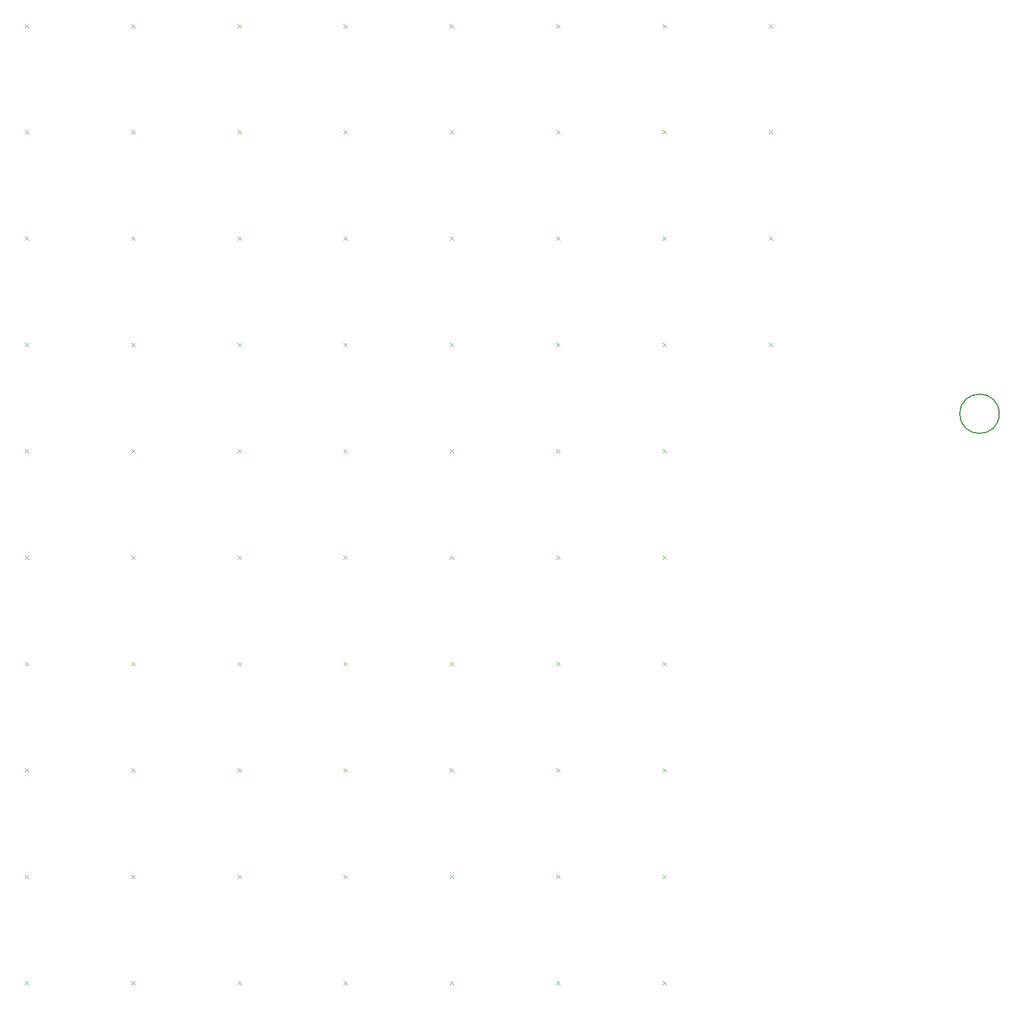
<source format=gbr>
%TF.GenerationSoftware,KiCad,Pcbnew,8.0.7*%
%TF.CreationDate,2024-12-29T17:24:51-05:00*%
%TF.ProjectId,HE75,48453735-2e6b-4696-9361-645f70636258,2.0.0*%
%TF.SameCoordinates,Original*%
%TF.FileFunction,Other,Comment*%
%FSLAX46Y46*%
G04 Gerber Fmt 4.6, Leading zero omitted, Abs format (unit mm)*
G04 Created by KiCad (PCBNEW 8.0.7) date 2024-12-29 17:24:51*
%MOMM*%
%LPD*%
G01*
G04 APERTURE LIST*
%ADD10C,0.100000*%
%ADD11C,0.150000*%
G04 APERTURE END LIST*
D10*
%TO.C,U82*%
X131038630Y112568916D02*
X131546630Y112060916D01*
X131038630Y112060916D02*
X131546630Y112568916D01*
%TO.C,U81*%
X131038630Y127718916D02*
X131546630Y127210916D01*
X131038630Y127210916D02*
X131546630Y127718916D01*
%TO.C,U80*%
X131038630Y142868916D02*
X131546630Y142360916D01*
X131038630Y142360916D02*
X131546630Y142868916D01*
%TO.C,U79*%
X131038630Y158018916D02*
X131546630Y157510916D01*
X131038630Y157510916D02*
X131546630Y158018916D01*
%TO.C,U78*%
X115888630Y21668916D02*
X116396630Y21160916D01*
X115888630Y21160916D02*
X116396630Y21668916D01*
%TO.C,U77*%
X115888630Y36818916D02*
X116396630Y36310916D01*
X115888630Y36310916D02*
X116396630Y36818916D01*
%TO.C,U76*%
X115888630Y51968916D02*
X116396630Y51460916D01*
X115888630Y51460916D02*
X116396630Y51968916D01*
%TO.C,U75*%
X115888630Y67118916D02*
X116396630Y66610916D01*
X115888630Y66610916D02*
X116396630Y67118916D01*
%TO.C,U74*%
X115888630Y82268916D02*
X116396630Y81760916D01*
X115888630Y81760916D02*
X116396630Y82268916D01*
%TO.C,U73*%
X115888630Y97418916D02*
X116396630Y96910916D01*
X115888630Y96910916D02*
X116396630Y97418916D01*
%TO.C,U72*%
X115888630Y112568916D02*
X116396630Y112060916D01*
X115888630Y112060916D02*
X116396630Y112568916D01*
%TO.C,U71*%
X115888630Y127718916D02*
X116396630Y127210916D01*
X115888630Y127210916D02*
X116396630Y127718916D01*
%TO.C,U70*%
X115888630Y142868916D02*
X116396630Y142360916D01*
X115888630Y142360916D02*
X116396630Y142868916D01*
%TO.C,U69*%
X115888630Y158018916D02*
X116396630Y157510916D01*
X115888630Y157510916D02*
X116396630Y158018916D01*
%TO.C,U68*%
X100738630Y21668916D02*
X101246630Y21160916D01*
X100738630Y21160916D02*
X101246630Y21668916D01*
%TO.C,U67*%
X100738630Y36818916D02*
X101246630Y36310916D01*
X100738630Y36310916D02*
X101246630Y36818916D01*
%TO.C,U66*%
X100738630Y51968916D02*
X101246630Y51460916D01*
X100738630Y51460916D02*
X101246630Y51968916D01*
%TO.C,U65*%
X100738630Y67118916D02*
X101246630Y66610916D01*
X100738630Y66610916D02*
X101246630Y67118916D01*
%TO.C,U64*%
X100738630Y82268916D02*
X101246630Y81760916D01*
X100738630Y81760916D02*
X101246630Y82268916D01*
%TO.C,U63*%
X100738630Y97418916D02*
X101246630Y96910916D01*
X100738630Y96910916D02*
X101246630Y97418916D01*
%TO.C,U62*%
X100738630Y112568916D02*
X101246630Y112060916D01*
X100738630Y112060916D02*
X101246630Y112568916D01*
%TO.C,U61*%
X100738630Y127718916D02*
X101246630Y127210916D01*
X100738630Y127210916D02*
X101246630Y127718916D01*
%TO.C,U60*%
X100738630Y142868916D02*
X101246630Y142360916D01*
X100738630Y142360916D02*
X101246630Y142868916D01*
%TO.C,U59*%
X100738630Y158018916D02*
X101246630Y157510916D01*
X100738630Y157510916D02*
X101246630Y158018916D01*
%TO.C,U58*%
X85588630Y21668916D02*
X86096630Y21160916D01*
X85588630Y21160916D02*
X86096630Y21668916D01*
%TO.C,U57*%
X85588630Y36818916D02*
X86096630Y36310916D01*
X85588630Y36310916D02*
X86096630Y36818916D01*
%TO.C,U56*%
X85588630Y51968916D02*
X86096630Y51460916D01*
X85588630Y51460916D02*
X86096630Y51968916D01*
%TO.C,U55*%
X85588630Y67118916D02*
X86096630Y66610916D01*
X85588630Y66610916D02*
X86096630Y67118916D01*
%TO.C,U54*%
X85588630Y82268916D02*
X86096630Y81760916D01*
X85588630Y81760916D02*
X86096630Y82268916D01*
%TO.C,U53*%
X85588630Y97418916D02*
X86096630Y96910916D01*
X85588630Y96910916D02*
X86096630Y97418916D01*
%TO.C,U52*%
X85588630Y112568916D02*
X86096630Y112060916D01*
X85588630Y112060916D02*
X86096630Y112568916D01*
%TO.C,U51*%
X85588630Y127718916D02*
X86096630Y127210916D01*
X85588630Y127210916D02*
X86096630Y127718916D01*
%TO.C,U50*%
X85588630Y142868916D02*
X86096630Y142360916D01*
X85588630Y142360916D02*
X86096630Y142868916D01*
%TO.C,U49*%
X85588630Y158018916D02*
X86096630Y157510916D01*
X85588630Y157510916D02*
X86096630Y158018916D01*
%TO.C,U48*%
X70438630Y21668916D02*
X70946630Y21160916D01*
X70438630Y21160916D02*
X70946630Y21668916D01*
%TO.C,U47*%
X70438630Y36818916D02*
X70946630Y36310916D01*
X70438630Y36310916D02*
X70946630Y36818916D01*
%TO.C,U46*%
X70438630Y51968916D02*
X70946630Y51460916D01*
X70438630Y51460916D02*
X70946630Y51968916D01*
%TO.C,U45*%
X70438630Y67118916D02*
X70946630Y66610916D01*
X70438630Y66610916D02*
X70946630Y67118916D01*
%TO.C,U44*%
X70438630Y82268916D02*
X70946630Y81760916D01*
X70438630Y81760916D02*
X70946630Y82268916D01*
%TO.C,U43*%
X70438630Y97418916D02*
X70946630Y96910916D01*
X70438630Y96910916D02*
X70946630Y97418916D01*
%TO.C,U42*%
X70438630Y112568916D02*
X70946630Y112060916D01*
X70438630Y112060916D02*
X70946630Y112568916D01*
%TO.C,U41*%
X70438630Y127718916D02*
X70946630Y127210916D01*
X70438630Y127210916D02*
X70946630Y127718916D01*
%TO.C,U40*%
X70438630Y142868916D02*
X70946630Y142360916D01*
X70438630Y142360916D02*
X70946630Y142868916D01*
%TO.C,U39*%
X70438630Y158018916D02*
X70946630Y157510916D01*
X70438630Y157510916D02*
X70946630Y158018916D01*
%TO.C,U38*%
X55288630Y21668916D02*
X55796630Y21160916D01*
X55288630Y21160916D02*
X55796630Y21668916D01*
%TO.C,U37*%
X55288630Y36818916D02*
X55796630Y36310916D01*
X55288630Y36310916D02*
X55796630Y36818916D01*
%TO.C,U36*%
X55288630Y51968916D02*
X55796630Y51460916D01*
X55288630Y51460916D02*
X55796630Y51968916D01*
%TO.C,U35*%
X55288630Y67118916D02*
X55796630Y66610916D01*
X55288630Y66610916D02*
X55796630Y67118916D01*
%TO.C,U34*%
X55288630Y82268916D02*
X55796630Y81760916D01*
X55288630Y81760916D02*
X55796630Y82268916D01*
%TO.C,U33*%
X55288630Y97418916D02*
X55796630Y96910916D01*
X55288630Y96910916D02*
X55796630Y97418916D01*
%TO.C,U32*%
X55288630Y112568916D02*
X55796630Y112060916D01*
X55288630Y112060916D02*
X55796630Y112568916D01*
%TO.C,U31*%
X55288630Y127718916D02*
X55796630Y127210916D01*
X55288630Y127210916D02*
X55796630Y127718916D01*
%TO.C,U30*%
X55288630Y142868916D02*
X55796630Y142360916D01*
X55288630Y142360916D02*
X55796630Y142868916D01*
%TO.C,U29*%
X55288630Y158018916D02*
X55796630Y157510916D01*
X55288630Y157510916D02*
X55796630Y158018916D01*
%TO.C,U28*%
X40138630Y21668916D02*
X40646630Y21160916D01*
X40138630Y21160916D02*
X40646630Y21668916D01*
%TO.C,U27*%
X40138630Y36818916D02*
X40646630Y36310916D01*
X40138630Y36310916D02*
X40646630Y36818916D01*
%TO.C,U26*%
X40138630Y51968916D02*
X40646630Y51460916D01*
X40138630Y51460916D02*
X40646630Y51968916D01*
%TO.C,U25*%
X40138630Y67118916D02*
X40646630Y66610916D01*
X40138630Y66610916D02*
X40646630Y67118916D01*
%TO.C,U24*%
X40138630Y82268916D02*
X40646630Y81760916D01*
X40138630Y81760916D02*
X40646630Y82268916D01*
%TO.C,U23*%
X40138630Y97418916D02*
X40646630Y96910916D01*
X40138630Y96910916D02*
X40646630Y97418916D01*
%TO.C,U22*%
X40138630Y112568916D02*
X40646630Y112060916D01*
X40138630Y112060916D02*
X40646630Y112568916D01*
%TO.C,U21*%
X40138630Y127718916D02*
X40646630Y127210916D01*
X40138630Y127210916D02*
X40646630Y127718916D01*
%TO.C,U20*%
X40138630Y142868916D02*
X40646630Y142360916D01*
X40138630Y142360916D02*
X40646630Y142868916D01*
%TO.C,U19*%
X40138630Y158018916D02*
X40646630Y157510916D01*
X40138630Y157510916D02*
X40646630Y158018916D01*
%TO.C,U18*%
X24988630Y21668916D02*
X25496630Y21160916D01*
X24988630Y21160916D02*
X25496630Y21668916D01*
%TO.C,U17*%
X24988630Y36818916D02*
X25496630Y36310916D01*
X24988630Y36310916D02*
X25496630Y36818916D01*
%TO.C,U16*%
X24988630Y51968916D02*
X25496630Y51460916D01*
X24988630Y51460916D02*
X25496630Y51968916D01*
%TO.C,U15*%
X24988630Y67118916D02*
X25496630Y66610916D01*
X24988630Y66610916D02*
X25496630Y67118916D01*
%TO.C,U14*%
X24988630Y82268916D02*
X25496630Y81760916D01*
X24988630Y81760916D02*
X25496630Y82268916D01*
%TO.C,U13*%
X24988630Y97418916D02*
X25496630Y96910916D01*
X24988630Y96910916D02*
X25496630Y97418916D01*
%TO.C,U12*%
X24988630Y112568916D02*
X25496630Y112060916D01*
X24988630Y112060916D02*
X25496630Y112568916D01*
%TO.C,U11*%
X24988630Y127718916D02*
X25496630Y127210916D01*
X24988630Y127210916D02*
X25496630Y127718916D01*
%TO.C,U10*%
X24988630Y142868916D02*
X25496630Y142360916D01*
X24988630Y142360916D02*
X25496630Y142868916D01*
%TO.C,U9*%
X24988630Y158018916D02*
X25496630Y157510916D01*
X24988630Y157510916D02*
X25496630Y158018916D01*
D11*
%TO.C,H1*%
X163812446Y102494971D02*
G75*
G02*
X158212446Y102494971I-2800000J0D01*
G01*
X158212446Y102494971D02*
G75*
G02*
X163812446Y102494971I2800000J0D01*
G01*
%TD*%
M02*

</source>
